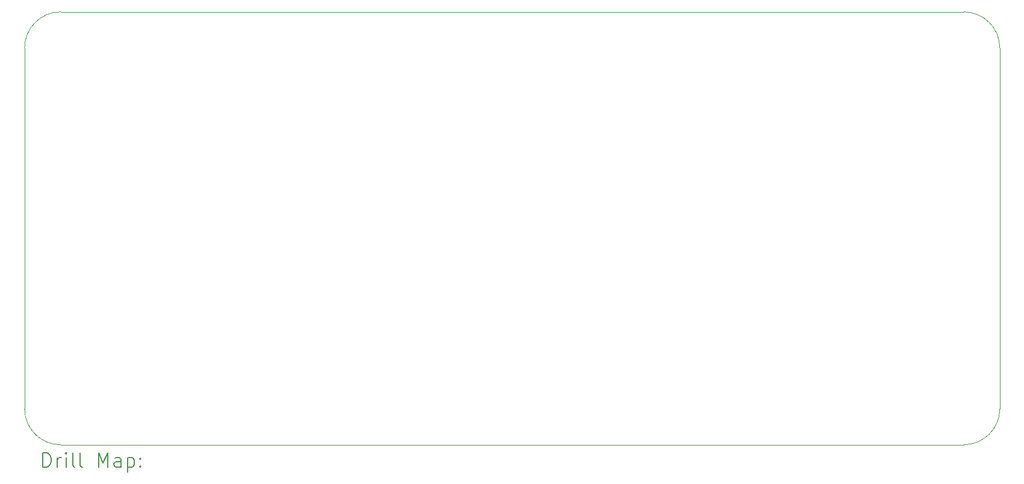
<source format=gbr>
%TF.GenerationSoftware,KiCad,Pcbnew,8.0.7*%
%TF.CreationDate,2025-01-05T11:55:33+01:00*%
%TF.ProjectId,ADLSC,41444c53-432e-46b6-9963-61645f706362,V1.0*%
%TF.SameCoordinates,Original*%
%TF.FileFunction,Drillmap*%
%TF.FilePolarity,Positive*%
%FSLAX45Y45*%
G04 Gerber Fmt 4.5, Leading zero omitted, Abs format (unit mm)*
G04 Created by KiCad (PCBNEW 8.0.7) date 2025-01-05 11:55:33*
%MOMM*%
%LPD*%
G01*
G04 APERTURE LIST*
%ADD10C,0.050000*%
%ADD11C,0.200000*%
G04 APERTURE END LIST*
D10*
X508000Y-6096000D02*
G75*
G02*
X0Y-5588000I0J508000D01*
G01*
X13208000Y-6096000D02*
X508000Y-6096000D01*
X0Y-508000D02*
G75*
G02*
X508000Y0I508000J0D01*
G01*
X0Y-5588000D02*
X0Y-508000D01*
X13716000Y-5588000D02*
G75*
G02*
X13208000Y-6096000I-508000J0D01*
G01*
X13208000Y0D02*
G75*
G02*
X13716000Y-508000I0J-508000D01*
G01*
X508000Y0D02*
X13208000Y0D01*
X13716000Y-508000D02*
X13716000Y-5588000D01*
D11*
X258277Y-6409984D02*
X258277Y-6209984D01*
X258277Y-6209984D02*
X305896Y-6209984D01*
X305896Y-6209984D02*
X334467Y-6219508D01*
X334467Y-6219508D02*
X353515Y-6238555D01*
X353515Y-6238555D02*
X363039Y-6257603D01*
X363039Y-6257603D02*
X372562Y-6295698D01*
X372562Y-6295698D02*
X372562Y-6324269D01*
X372562Y-6324269D02*
X363039Y-6362365D01*
X363039Y-6362365D02*
X353515Y-6381412D01*
X353515Y-6381412D02*
X334467Y-6400460D01*
X334467Y-6400460D02*
X305896Y-6409984D01*
X305896Y-6409984D02*
X258277Y-6409984D01*
X458277Y-6409984D02*
X458277Y-6276650D01*
X458277Y-6314746D02*
X467801Y-6295698D01*
X467801Y-6295698D02*
X477324Y-6286174D01*
X477324Y-6286174D02*
X496372Y-6276650D01*
X496372Y-6276650D02*
X515420Y-6276650D01*
X582086Y-6409984D02*
X582086Y-6276650D01*
X582086Y-6209984D02*
X572563Y-6219508D01*
X572563Y-6219508D02*
X582086Y-6229031D01*
X582086Y-6229031D02*
X591610Y-6219508D01*
X591610Y-6219508D02*
X582086Y-6209984D01*
X582086Y-6209984D02*
X582086Y-6229031D01*
X705896Y-6409984D02*
X686848Y-6400460D01*
X686848Y-6400460D02*
X677324Y-6381412D01*
X677324Y-6381412D02*
X677324Y-6209984D01*
X810658Y-6409984D02*
X791610Y-6400460D01*
X791610Y-6400460D02*
X782086Y-6381412D01*
X782086Y-6381412D02*
X782086Y-6209984D01*
X1039229Y-6409984D02*
X1039229Y-6209984D01*
X1039229Y-6209984D02*
X1105896Y-6352841D01*
X1105896Y-6352841D02*
X1172563Y-6209984D01*
X1172563Y-6209984D02*
X1172563Y-6409984D01*
X1353515Y-6409984D02*
X1353515Y-6305222D01*
X1353515Y-6305222D02*
X1343991Y-6286174D01*
X1343991Y-6286174D02*
X1324944Y-6276650D01*
X1324944Y-6276650D02*
X1286848Y-6276650D01*
X1286848Y-6276650D02*
X1267801Y-6286174D01*
X1353515Y-6400460D02*
X1334467Y-6409984D01*
X1334467Y-6409984D02*
X1286848Y-6409984D01*
X1286848Y-6409984D02*
X1267801Y-6400460D01*
X1267801Y-6400460D02*
X1258277Y-6381412D01*
X1258277Y-6381412D02*
X1258277Y-6362365D01*
X1258277Y-6362365D02*
X1267801Y-6343317D01*
X1267801Y-6343317D02*
X1286848Y-6333793D01*
X1286848Y-6333793D02*
X1334467Y-6333793D01*
X1334467Y-6333793D02*
X1353515Y-6324269D01*
X1448753Y-6276650D02*
X1448753Y-6476650D01*
X1448753Y-6286174D02*
X1467801Y-6276650D01*
X1467801Y-6276650D02*
X1505896Y-6276650D01*
X1505896Y-6276650D02*
X1524943Y-6286174D01*
X1524943Y-6286174D02*
X1534467Y-6295698D01*
X1534467Y-6295698D02*
X1543991Y-6314746D01*
X1543991Y-6314746D02*
X1543991Y-6371888D01*
X1543991Y-6371888D02*
X1534467Y-6390936D01*
X1534467Y-6390936D02*
X1524943Y-6400460D01*
X1524943Y-6400460D02*
X1505896Y-6409984D01*
X1505896Y-6409984D02*
X1467801Y-6409984D01*
X1467801Y-6409984D02*
X1448753Y-6400460D01*
X1629705Y-6390936D02*
X1639229Y-6400460D01*
X1639229Y-6400460D02*
X1629705Y-6409984D01*
X1629705Y-6409984D02*
X1620182Y-6400460D01*
X1620182Y-6400460D02*
X1629705Y-6390936D01*
X1629705Y-6390936D02*
X1629705Y-6409984D01*
X1629705Y-6286174D02*
X1639229Y-6295698D01*
X1639229Y-6295698D02*
X1629705Y-6305222D01*
X1629705Y-6305222D02*
X1620182Y-6295698D01*
X1620182Y-6295698D02*
X1629705Y-6286174D01*
X1629705Y-6286174D02*
X1629705Y-6305222D01*
M02*

</source>
